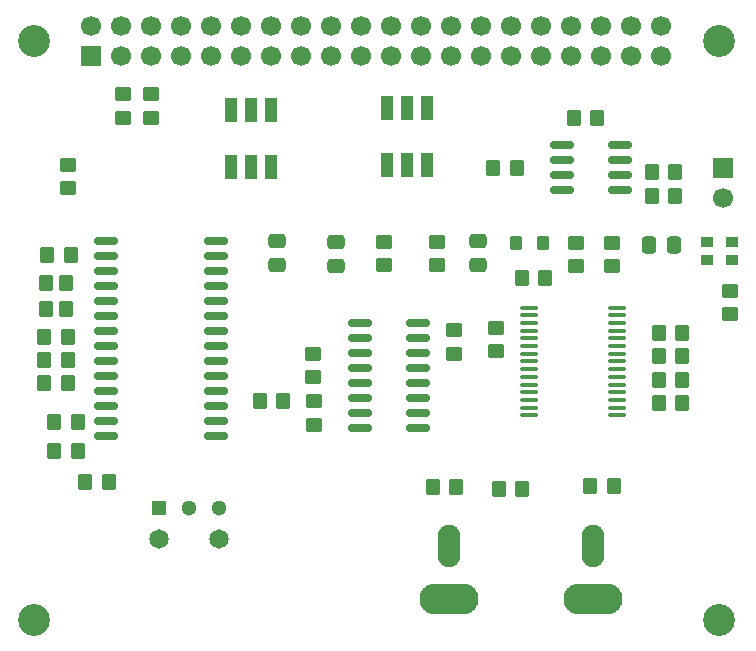
<source format=gbr>
G04 #@! TF.GenerationSoftware,KiCad,Pcbnew,9.0.6*
G04 #@! TF.CreationDate,2026-01-29T07:39:31-08:00*
G04 #@! TF.ProjectId,mutebox_hat_audio_in,6d757465-626f-4785-9f68-61745f617564,rev?*
G04 #@! TF.SameCoordinates,Original*
G04 #@! TF.FileFunction,Soldermask,Top*
G04 #@! TF.FilePolarity,Negative*
%FSLAX46Y46*%
G04 Gerber Fmt 4.6, Leading zero omitted, Abs format (unit mm)*
G04 Created by KiCad (PCBNEW 9.0.6) date 2026-01-29 07:39:31*
%MOMM*%
%LPD*%
G01*
G04 APERTURE LIST*
G04 Aperture macros list*
%AMRoundRect*
0 Rectangle with rounded corners*
0 $1 Rounding radius*
0 $2 $3 $4 $5 $6 $7 $8 $9 X,Y pos of 4 corners*
0 Add a 4 corners polygon primitive as box body*
4,1,4,$2,$3,$4,$5,$6,$7,$8,$9,$2,$3,0*
0 Add four circle primitives for the rounded corners*
1,1,$1+$1,$2,$3*
1,1,$1+$1,$4,$5*
1,1,$1+$1,$6,$7*
1,1,$1+$1,$8,$9*
0 Add four rect primitives between the rounded corners*
20,1,$1+$1,$2,$3,$4,$5,0*
20,1,$1+$1,$4,$5,$6,$7,0*
20,1,$1+$1,$6,$7,$8,$9,0*
20,1,$1+$1,$8,$9,$2,$3,0*%
G04 Aperture macros list end*
%ADD10R,1.100000X2.000000*%
%ADD11RoundRect,0.250000X0.350000X0.450000X-0.350000X0.450000X-0.350000X-0.450000X0.350000X-0.450000X0*%
%ADD12RoundRect,0.250000X0.275000X0.350000X-0.275000X0.350000X-0.275000X-0.350000X0.275000X-0.350000X0*%
%ADD13C,2.700000*%
%ADD14RoundRect,0.150000X-0.875000X-0.150000X0.875000X-0.150000X0.875000X0.150000X-0.875000X0.150000X0*%
%ADD15RoundRect,0.250000X-0.350000X-0.450000X0.350000X-0.450000X0.350000X0.450000X-0.350000X0.450000X0*%
%ADD16RoundRect,0.250000X-0.450000X0.350000X-0.450000X-0.350000X0.450000X-0.350000X0.450000X0.350000X0*%
%ADD17O,5.004000X2.604000*%
%ADD18O,1.904000X3.604000*%
%ADD19RoundRect,0.250000X0.450000X-0.350000X0.450000X0.350000X-0.450000X0.350000X-0.450000X-0.350000X0*%
%ADD20RoundRect,0.250000X-0.475000X0.337500X-0.475000X-0.337500X0.475000X-0.337500X0.475000X0.337500X0*%
%ADD21R,1.000000X0.900000*%
%ADD22RoundRect,0.150000X-0.825000X-0.150000X0.825000X-0.150000X0.825000X0.150000X-0.825000X0.150000X0*%
%ADD23R,1.700000X1.700000*%
%ADD24C,1.700000*%
%ADD25RoundRect,0.250000X0.350000X-0.450000X0.350000X0.450000X-0.350000X0.450000X-0.350000X-0.450000X0*%
%ADD26RoundRect,0.250000X-0.337500X-0.475000X0.337500X-0.475000X0.337500X0.475000X-0.337500X0.475000X0*%
%ADD27R,1.300000X1.300000*%
%ADD28C,1.300000*%
%ADD29C,1.650000*%
%ADD30RoundRect,0.100000X-0.637500X-0.100000X0.637500X-0.100000X0.637500X0.100000X-0.637500X0.100000X0*%
G04 APERTURE END LIST*
D10*
X133400000Y-53200000D03*
X135100000Y-53200000D03*
X136800000Y-53200000D03*
X136800000Y-58000000D03*
X135100000Y-58000000D03*
X133400000Y-58000000D03*
D11*
X157800000Y-60600000D03*
X155800000Y-60600000D03*
D12*
X146625000Y-64624624D03*
X144325000Y-64624624D03*
D13*
X161500000Y-47500000D03*
D14*
X109600000Y-64420000D03*
X109600000Y-65690000D03*
X109600000Y-66960000D03*
X109600000Y-68230000D03*
X109600000Y-69500000D03*
X109600000Y-70770000D03*
X109600000Y-72040000D03*
X109600000Y-73310000D03*
X109600000Y-74580000D03*
X109600000Y-75850000D03*
X109600000Y-77120000D03*
X109600000Y-78390000D03*
X109600000Y-79660000D03*
X109600000Y-80930000D03*
X118900000Y-80930000D03*
X118900000Y-79660000D03*
X118900000Y-78390000D03*
X118900000Y-77120000D03*
X118900000Y-75850000D03*
X118900000Y-74580000D03*
X118900000Y-73310000D03*
X118900000Y-72040000D03*
X118900000Y-70770000D03*
X118900000Y-69500000D03*
X118900000Y-68230000D03*
X118900000Y-66960000D03*
X118900000Y-65690000D03*
X118900000Y-64420000D03*
D15*
X144800000Y-67600000D03*
X146800000Y-67600000D03*
D16*
X152400000Y-64600000D03*
X152400000Y-66600000D03*
X133100000Y-64500000D03*
X133100000Y-66500000D03*
D17*
X150800000Y-94800000D03*
D18*
X150800000Y-90300000D03*
D15*
X156400000Y-74200000D03*
X158400000Y-74200000D03*
D17*
X138662000Y-94800000D03*
D18*
X138662000Y-90300000D03*
D15*
X104350000Y-74500000D03*
X106350000Y-74500000D03*
X142400000Y-58300000D03*
X144400000Y-58300000D03*
D19*
X127100000Y-76000000D03*
X127100000Y-74000000D03*
D20*
X141100000Y-64425000D03*
X141100000Y-66500000D03*
D16*
X106400000Y-58000000D03*
X106400000Y-60000000D03*
D15*
X137262000Y-85250000D03*
X139262000Y-85250000D03*
X156400000Y-78200000D03*
X158400000Y-78200000D03*
D16*
X139100000Y-72000000D03*
X139100000Y-74000000D03*
D15*
X142862000Y-85450000D03*
X144862000Y-85450000D03*
D16*
X127200000Y-78000000D03*
X127200000Y-80000000D03*
D21*
X162600000Y-64500000D03*
X160450000Y-64500000D03*
X160450000Y-66050000D03*
X162600000Y-66050000D03*
D22*
X148200000Y-56300000D03*
X148200000Y-57570000D03*
X148200000Y-58840000D03*
X148200000Y-60110000D03*
X153150000Y-60110000D03*
X153150000Y-58840000D03*
X153150000Y-57570000D03*
X153150000Y-56300000D03*
D23*
X161800000Y-58260000D03*
D24*
X161800000Y-60800000D03*
D11*
X106350000Y-72600000D03*
X104350000Y-72600000D03*
D13*
X103500000Y-96500000D03*
D11*
X106600000Y-65600000D03*
X104600000Y-65600000D03*
D19*
X111000000Y-54000000D03*
X111000000Y-52000000D03*
D15*
X105200000Y-82200000D03*
X107200000Y-82200000D03*
X156400000Y-76200000D03*
X158400000Y-76200000D03*
D13*
X103500000Y-47500000D03*
D16*
X149400000Y-64600000D03*
X149400000Y-66600000D03*
D10*
X120200000Y-58200000D03*
X121900000Y-58200000D03*
X123600000Y-58200000D03*
X123600000Y-53400000D03*
X121900000Y-53400000D03*
X120200000Y-53400000D03*
D15*
X150600000Y-85200000D03*
X152600000Y-85200000D03*
D25*
X106200000Y-70200000D03*
X106200000Y-68000000D03*
X104500000Y-68000000D03*
X104500000Y-70200000D03*
D11*
X151200000Y-54000000D03*
X149200000Y-54000000D03*
D15*
X105200000Y-79800000D03*
X107200000Y-79800000D03*
D11*
X106350000Y-76450000D03*
X104350000Y-76450000D03*
D15*
X156400000Y-72200000D03*
X158400000Y-72200000D03*
D11*
X157800000Y-58600000D03*
X155800000Y-58600000D03*
D26*
X155592500Y-64820000D03*
X157667500Y-64820000D03*
D13*
X161500000Y-96500000D03*
D19*
X113400000Y-54000000D03*
X113400000Y-52000000D03*
D20*
X129100000Y-64500000D03*
X129100000Y-66575000D03*
X124100000Y-64425000D03*
X124100000Y-66500000D03*
D27*
X114060000Y-87040000D03*
D28*
X116600000Y-87040000D03*
X119140000Y-87040000D03*
D29*
X114060000Y-89660000D03*
X119140000Y-89660000D03*
D11*
X109860000Y-84860000D03*
X107860000Y-84860000D03*
D22*
X131100000Y-71380000D03*
X131100000Y-72650000D03*
X131100000Y-73920000D03*
X131100000Y-75190000D03*
X131100000Y-76460000D03*
X131100000Y-77730000D03*
X131100000Y-79000000D03*
X131100000Y-80270000D03*
X136050000Y-80270000D03*
X136050000Y-79000000D03*
X136050000Y-77730000D03*
X136050000Y-76460000D03*
X136050000Y-75190000D03*
X136050000Y-73920000D03*
X136050000Y-72650000D03*
X136050000Y-71380000D03*
D30*
X145400000Y-70100000D03*
X145400000Y-70750000D03*
X145400000Y-71400000D03*
X145400000Y-72050000D03*
X145400000Y-72700000D03*
X145400000Y-73350000D03*
X145400000Y-74000000D03*
X145400000Y-74650000D03*
X145400000Y-75300000D03*
X145400000Y-75950000D03*
X145400000Y-76600000D03*
X145400000Y-77250000D03*
X145400000Y-77900000D03*
X145400000Y-78550000D03*
X145400000Y-79200000D03*
X152825000Y-79200000D03*
X152825000Y-78550000D03*
X152825000Y-77900000D03*
X152825000Y-77250000D03*
X152825000Y-76600000D03*
X152825000Y-75950000D03*
X152825000Y-75300000D03*
X152825000Y-74650000D03*
X152825000Y-74000000D03*
X152825000Y-73350000D03*
X152825000Y-72700000D03*
X152825000Y-72050000D03*
X152825000Y-71400000D03*
X152825000Y-70750000D03*
X152825000Y-70100000D03*
D16*
X162400000Y-68663785D03*
X162400000Y-70663785D03*
D15*
X122600000Y-78000000D03*
X124600000Y-78000000D03*
D16*
X137600000Y-64500000D03*
X137600000Y-66500000D03*
X142600000Y-71800000D03*
X142600000Y-73800000D03*
D23*
X108370000Y-48770000D03*
D24*
X108370000Y-46230000D03*
X110910000Y-48770000D03*
X110910000Y-46230000D03*
X113450000Y-48770000D03*
X113450000Y-46230000D03*
X115990000Y-48770000D03*
X115990000Y-46230000D03*
X118530000Y-48770000D03*
X118530000Y-46230000D03*
X121070000Y-48770000D03*
X121070000Y-46230000D03*
X123610000Y-48770000D03*
X123610000Y-46230000D03*
X126150000Y-48770000D03*
X126150000Y-46230000D03*
X128690000Y-48770000D03*
X128690000Y-46230000D03*
X131230000Y-48770000D03*
X131230000Y-46230000D03*
X133770000Y-48770000D03*
X133770000Y-46230000D03*
X136310000Y-48770000D03*
X136310000Y-46230000D03*
X138850000Y-48770000D03*
X138850000Y-46230000D03*
X141390000Y-48770000D03*
X141390000Y-46230000D03*
X143930000Y-48770000D03*
X143930000Y-46230000D03*
X146470000Y-48770000D03*
X146470000Y-46230000D03*
X149010000Y-48770000D03*
X149010000Y-46230000D03*
X151550000Y-48770000D03*
X151550000Y-46230000D03*
X154090000Y-48770000D03*
X154090000Y-46230000D03*
X156630000Y-48770000D03*
X156630000Y-46230000D03*
M02*

</source>
